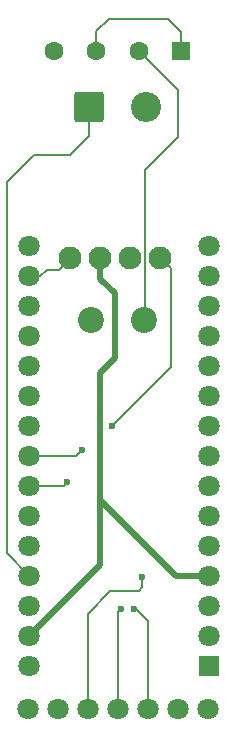
<source format=gbr>
%TF.GenerationSoftware,KiCad,Pcbnew,8.0.6*%
%TF.CreationDate,2025-01-26T20:41:49-07:00*%
%TF.ProjectId,Temperature Sensor,54656d70-6572-4617-9475-72652053656e,rev?*%
%TF.SameCoordinates,Original*%
%TF.FileFunction,Copper,L2,Bot*%
%TF.FilePolarity,Positive*%
%FSLAX46Y46*%
G04 Gerber Fmt 4.6, Leading zero omitted, Abs format (unit mm)*
G04 Created by KiCad (PCBNEW 8.0.6) date 2025-01-26 20:41:49*
%MOMM*%
%LPD*%
G01*
G04 APERTURE LIST*
G04 Aperture macros list*
%AMRoundRect*
0 Rectangle with rounded corners*
0 $1 Rounding radius*
0 $2 $3 $4 $5 $6 $7 $8 $9 X,Y pos of 4 corners*
0 Add a 4 corners polygon primitive as box body*
4,1,4,$2,$3,$4,$5,$6,$7,$8,$9,$2,$3,0*
0 Add four circle primitives for the rounded corners*
1,1,$1+$1,$2,$3*
1,1,$1+$1,$4,$5*
1,1,$1+$1,$6,$7*
1,1,$1+$1,$8,$9*
0 Add four rect primitives between the rounded corners*
20,1,$1+$1,$2,$3,$4,$5,0*
20,1,$1+$1,$4,$5,$6,$7,0*
20,1,$1+$1,$6,$7,$8,$9,0*
20,1,$1+$1,$8,$9,$2,$3,0*%
G04 Aperture macros list end*
%TA.AperFunction,ComponentPad*%
%ADD10RoundRect,0.249999X-1.025001X-1.025001X1.025001X-1.025001X1.025001X1.025001X-1.025001X1.025001X0*%
%TD*%
%TA.AperFunction,ComponentPad*%
%ADD11C,2.550000*%
%TD*%
%TA.AperFunction,ComponentPad*%
%ADD12RoundRect,0.250000X0.550000X0.550000X-0.550000X0.550000X-0.550000X-0.550000X0.550000X-0.550000X0*%
%TD*%
%TA.AperFunction,ComponentPad*%
%ADD13C,1.600000*%
%TD*%
%TA.AperFunction,ComponentPad*%
%ADD14R,1.800000X1.800000*%
%TD*%
%TA.AperFunction,ComponentPad*%
%ADD15C,1.800000*%
%TD*%
%TA.AperFunction,ComponentPad*%
%ADD16C,1.930400*%
%TD*%
%TA.AperFunction,ComponentPad*%
%ADD17C,2.200000*%
%TD*%
%TA.AperFunction,ViaPad*%
%ADD18C,0.600000*%
%TD*%
%TA.AperFunction,Conductor*%
%ADD19C,0.200000*%
%TD*%
%TA.AperFunction,Conductor*%
%ADD20C,0.500000*%
%TD*%
G04 APERTURE END LIST*
D10*
%TO.P,J5,1,Pin_1*%
%TO.N,+5V*%
X142100000Y-69250000D03*
D11*
%TO.P,J5,2,Pin_2*%
%TO.N,GND*%
X146900000Y-69250000D03*
%TD*%
D12*
%TO.P,J2,1,Pin_1*%
%TO.N,Low*%
X149900000Y-64500000D03*
D13*
%TO.P,J2,2,Pin_2*%
%TO.N,High*%
X146300000Y-64500000D03*
%TO.P,J2,3,Pin_3*%
%TO.N,Low*%
X142700000Y-64500000D03*
%TO.P,J2,4,Pin_4*%
%TO.N,High*%
X139100000Y-64500000D03*
%TD*%
D14*
%TO.P,UNIT_1,1,D1/TX*%
%TO.N,unconnected-(UNIT_1-D1{slash}TX-Pad1)*%
X152250000Y-116560000D03*
D15*
%TO.P,UNIT_1,2,D0/RX*%
%TO.N,unconnected-(UNIT_1-D0{slash}RX-Pad2)*%
X152250000Y-114020000D03*
%TO.P,UNIT_1,3,RESET*%
%TO.N,unconnected-(UNIT_1-RESET-Pad3)*%
X152250000Y-111480000D03*
%TO.P,UNIT_1,4,COM/GND*%
%TO.N,GND*%
X152250000Y-108940000D03*
%TO.P,UNIT_1,5,D2*%
%TO.N,unconnected-(UNIT_1-D2-Pad5)*%
X152250000Y-106400000D03*
%TO.P,UNIT_1,6,D3*%
%TO.N,unconnected-(UNIT_1-D3-Pad6)*%
X152250000Y-103860000D03*
%TO.P,UNIT_1,7,D4*%
%TO.N,unconnected-(UNIT_1-D4-Pad7)*%
X152250000Y-101320000D03*
%TO.P,UNIT_1,8,D5*%
%TO.N,unconnected-(UNIT_1-D5-Pad8)*%
X152250000Y-98780000D03*
%TO.P,UNIT_1,9,D6*%
%TO.N,unconnected-(UNIT_1-D6-Pad9)*%
X152250000Y-96240000D03*
%TO.P,UNIT_1,10,D7*%
%TO.N,unconnected-(UNIT_1-D7-Pad10)*%
X152250000Y-93700000D03*
%TO.P,UNIT_1,11,D8*%
%TO.N,unconnected-(UNIT_1-D8-Pad11)*%
X152250000Y-91160000D03*
%TO.P,UNIT_1,12,D9*%
%TO.N,unconnected-(UNIT_1-D9-Pad12)*%
X152250000Y-88620000D03*
%TO.P,UNIT_1,13,D10*%
%TO.N,CS*%
X152250000Y-86080000D03*
%TO.P,UNIT_1,14,D11/MOSI*%
%TO.N,SI*%
X152250000Y-83540000D03*
%TO.P,UNIT_1,15,D12/MISO*%
%TO.N,SO*%
X152250000Y-81000000D03*
%TO.P,UNIT_1,16,D13/SCK*%
%TO.N,SCK*%
X137010000Y-81000000D03*
%TO.P,UNIT_1,17,3V3*%
%TO.N,+3V*%
X137010000Y-83540000D03*
%TO.P,UNIT_1,18,AREF*%
%TO.N,unconnected-(UNIT_1-AREF-Pad18)*%
X137010000Y-86080000D03*
%TO.P,UNIT_1,19,A0*%
%TO.N,unconnected-(UNIT_1-A0-Pad19)*%
X137010000Y-88620000D03*
%TO.P,UNIT_1,20,A1*%
%TO.N,unconnected-(UNIT_1-A1-Pad20)*%
X137010000Y-91160000D03*
%TO.P,UNIT_1,21,A2*%
%TO.N,unconnected-(UNIT_1-A2-Pad21)*%
X137010000Y-93700000D03*
%TO.P,UNIT_1,22,A3*%
%TO.N,unconnected-(UNIT_1-A3-Pad22)*%
X137010000Y-96240000D03*
%TO.P,UNIT_1,23,A4*%
%TO.N,SDA*%
X137010000Y-98780000D03*
%TO.P,UNIT_1,24,A5*%
%TO.N,SCL*%
X137010000Y-101320000D03*
%TO.P,UNIT_1,25,A6*%
%TO.N,unconnected-(UNIT_1-A6-Pad25)*%
X137010000Y-103860000D03*
%TO.P,UNIT_1,26,A7*%
%TO.N,unconnected-(UNIT_1-A7-Pad26)*%
X137010000Y-106400000D03*
%TO.P,UNIT_1,27,+5V*%
%TO.N,+5V*%
X137010000Y-108940000D03*
%TO.P,UNIT_1,28,RESET*%
%TO.N,unconnected-(UNIT_1-RESET-Pad28)*%
X137010000Y-111480000D03*
%TO.P,UNIT_1,29,COM/GND*%
%TO.N,GND*%
X137010000Y-114020000D03*
%TO.P,UNIT_1,30,VIN*%
%TO.N,unconnected-(UNIT_1-VIN-Pad30)*%
X137010000Y-116560000D03*
%TD*%
D16*
%TO.P,UNIT_3,1,VIN*%
%TO.N,+3V*%
X140505000Y-82010000D03*
%TO.P,UNIT_3,2,GND*%
%TO.N,GND*%
X143045000Y-82010000D03*
%TO.P,UNIT_3,3,SCL*%
%TO.N,SCL*%
X145585000Y-82010000D03*
%TO.P,UNIT_3,4,SDA*%
%TO.N,SDA*%
X148125000Y-82010000D03*
%TD*%
D15*
%TO.P,UNIT_2,1,INT*%
%TO.N,unconnected-(UNIT_2-INT-Pad1)*%
X152120000Y-120190000D03*
%TO.P,UNIT_2,2,SCK*%
%TO.N,SCK*%
X149580000Y-120190000D03*
%TO.P,UNIT_2,3,SI*%
%TO.N,SI*%
X147040000Y-120190000D03*
%TO.P,UNIT_2,4,SO*%
%TO.N,SO*%
X144500000Y-120190000D03*
%TO.P,UNIT_2,5,CS*%
%TO.N,CS*%
X141960000Y-120190000D03*
%TO.P,UNIT_2,6,GND*%
%TO.N,GND*%
X139420000Y-120190000D03*
%TO.P,UNIT_2,7,VCC*%
%TO.N,+5V*%
X136880000Y-120190000D03*
D17*
%TO.P,UNIT_2,8*%
%TO.N,High*%
X146750000Y-87250000D03*
%TO.P,UNIT_2,9*%
%TO.N,Low*%
X142250000Y-87250000D03*
%TD*%
D18*
%TO.N,CS*%
X146600000Y-109000000D03*
%TO.N,SDA*%
X141500000Y-98250000D03*
X144000000Y-96250000D03*
%TO.N,SO*%
X144750000Y-111750000D03*
%TO.N,SI*%
X145850000Y-111750000D03*
%TO.N,SCL*%
X140250000Y-101000000D03*
%TD*%
D19*
%TO.N,High*%
X146850200Y-74549800D02*
X149600000Y-71800000D01*
X146850200Y-87149800D02*
X146850200Y-74549800D01*
X146750000Y-87250000D02*
X146850200Y-87149800D01*
X149600000Y-71800000D02*
X149600000Y-67800000D01*
X149600000Y-67800000D02*
X146300000Y-64500000D01*
%TO.N,+5V*%
X142100000Y-69250000D02*
X142100000Y-71700000D01*
X140500000Y-73300000D02*
X137400000Y-73300000D01*
X135100000Y-75600000D02*
X135100000Y-107030000D01*
X137400000Y-73300000D02*
X135100000Y-75600000D01*
X142100000Y-71700000D02*
X140500000Y-73300000D01*
X135100000Y-107030000D02*
X137010000Y-108940000D01*
%TO.N,CS*%
X146600000Y-109000000D02*
X146600000Y-109900000D01*
X146600000Y-109900000D02*
X146300000Y-110200000D01*
X143900000Y-110200000D02*
X141960000Y-112140000D01*
X146300000Y-110200000D02*
X143900000Y-110200000D01*
X141960000Y-112140000D02*
X141960000Y-120190000D01*
%TO.N,SDA*%
X137010000Y-98780000D02*
X140970000Y-98780000D01*
X140970000Y-98780000D02*
X141500000Y-98250000D01*
X144000000Y-96250000D02*
X149000000Y-91250000D01*
X149000000Y-91250000D02*
X149000000Y-82885000D01*
X149000000Y-82885000D02*
X148125000Y-82010000D01*
%TO.N,+3V*%
X140505000Y-82010000D02*
X139515000Y-83000000D01*
X138500000Y-83000000D02*
X137960000Y-83540000D01*
X137960000Y-83540000D02*
X137010000Y-83540000D01*
X139515000Y-83000000D02*
X138500000Y-83000000D01*
%TO.N,SO*%
X144500000Y-112000000D02*
X144500000Y-120190000D01*
X144750000Y-111750000D02*
X144500000Y-112000000D01*
%TO.N,SI*%
X147040000Y-112740000D02*
X147040000Y-120190000D01*
X145850000Y-111750000D02*
X146050000Y-111750000D01*
X146050000Y-111750000D02*
X147040000Y-112740000D01*
%TO.N,SCL*%
X139930000Y-101320000D02*
X140250000Y-101000000D01*
X139930000Y-101320000D02*
X137010000Y-101320000D01*
D20*
%TO.N,GND*%
X143000000Y-108030000D02*
X137010000Y-114020000D01*
X143000000Y-102500000D02*
X143000000Y-108030000D01*
X143045000Y-83795000D02*
X144250000Y-85000000D01*
X149440000Y-108940000D02*
X152250000Y-108940000D01*
X143000000Y-102500000D02*
X149440000Y-108940000D01*
X144250000Y-85000000D02*
X144250000Y-90500000D01*
X143000000Y-91750000D02*
X143000000Y-102500000D01*
X143045000Y-82010000D02*
X143045000Y-83795000D01*
X144250000Y-90500000D02*
X143000000Y-91750000D01*
D19*
%TO.N,Low*%
X149900000Y-62900000D02*
X149900000Y-64500000D01*
X143750000Y-61750000D02*
X148750000Y-61750000D01*
X142700000Y-64500000D02*
X142700000Y-62800000D01*
X142700000Y-62800000D02*
X143750000Y-61750000D01*
X148750000Y-61750000D02*
X149900000Y-62900000D01*
%TD*%
M02*

</source>
